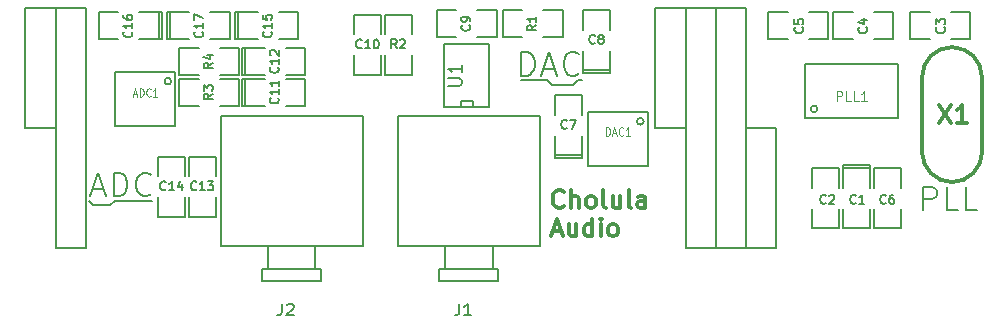
<source format=gto>
G04 (created by PCBNEW (2013-07-07 BZR 4022)-stable) date 01/09/2014 21:36:03*
%MOIN*%
G04 Gerber Fmt 3.4, Leading zero omitted, Abs format*
%FSLAX34Y34*%
G01*
G70*
G90*
G04 APERTURE LIST*
%ADD10C,0.00590551*%
%ADD11C,0.00787402*%
%ADD12C,0.011811*%
%ADD13C,0.005*%
%ADD14C,0.0125*%
%ADD15C,0.0047*%
%ADD16C,0.012*%
%ADD17C,0.006*%
G04 APERTURE END LIST*
G54D10*
G54D11*
X76299Y-40787D02*
X76456Y-40787D01*
X76141Y-40944D02*
X76299Y-40787D01*
X75433Y-40944D02*
X76141Y-40944D01*
X75275Y-40787D02*
X75433Y-40944D01*
X74409Y-40787D02*
X75275Y-40787D01*
X60866Y-44803D02*
X62125Y-44803D01*
X60708Y-44960D02*
X60866Y-44803D01*
X60157Y-44960D02*
X60708Y-44960D01*
X60000Y-44803D02*
X60157Y-44960D01*
X87817Y-45121D02*
X87817Y-44334D01*
X88117Y-44334D01*
X88192Y-44371D01*
X88230Y-44409D01*
X88267Y-44484D01*
X88267Y-44596D01*
X88230Y-44671D01*
X88192Y-44709D01*
X88117Y-44746D01*
X87817Y-44746D01*
X88980Y-45121D02*
X88605Y-45121D01*
X88605Y-44334D01*
X89617Y-45121D02*
X89242Y-45121D01*
X89242Y-44334D01*
X74416Y-40633D02*
X74416Y-39846D01*
X74604Y-39846D01*
X74716Y-39883D01*
X74791Y-39958D01*
X74829Y-40033D01*
X74866Y-40183D01*
X74866Y-40296D01*
X74829Y-40446D01*
X74791Y-40521D01*
X74716Y-40596D01*
X74604Y-40633D01*
X74416Y-40633D01*
X75166Y-40408D02*
X75541Y-40408D01*
X75091Y-40633D02*
X75354Y-39846D01*
X75616Y-40633D01*
X76329Y-40558D02*
X76291Y-40596D01*
X76179Y-40633D01*
X76104Y-40633D01*
X75991Y-40596D01*
X75916Y-40521D01*
X75879Y-40446D01*
X75841Y-40296D01*
X75841Y-40183D01*
X75879Y-40033D01*
X75916Y-39958D01*
X75991Y-39883D01*
X76104Y-39846D01*
X76179Y-39846D01*
X76291Y-39883D01*
X76329Y-39921D01*
X60127Y-44424D02*
X60502Y-44424D01*
X60052Y-44649D02*
X60314Y-43862D01*
X60577Y-44649D01*
X60839Y-44649D02*
X60839Y-43862D01*
X61027Y-43862D01*
X61139Y-43899D01*
X61214Y-43974D01*
X61252Y-44049D01*
X61289Y-44199D01*
X61289Y-44311D01*
X61252Y-44461D01*
X61214Y-44536D01*
X61139Y-44611D01*
X61027Y-44649D01*
X60839Y-44649D01*
X62077Y-44574D02*
X62039Y-44611D01*
X61927Y-44649D01*
X61852Y-44649D01*
X61739Y-44611D01*
X61664Y-44536D01*
X61627Y-44461D01*
X61589Y-44311D01*
X61589Y-44199D01*
X61627Y-44049D01*
X61664Y-43974D01*
X61739Y-43899D01*
X61852Y-43862D01*
X61927Y-43862D01*
X62039Y-43899D01*
X62077Y-43937D01*
G54D12*
X75832Y-44985D02*
X75804Y-45014D01*
X75719Y-45042D01*
X75663Y-45042D01*
X75579Y-45014D01*
X75523Y-44957D01*
X75494Y-44901D01*
X75466Y-44789D01*
X75466Y-44704D01*
X75494Y-44592D01*
X75523Y-44535D01*
X75579Y-44479D01*
X75663Y-44451D01*
X75719Y-44451D01*
X75804Y-44479D01*
X75832Y-44507D01*
X76085Y-45042D02*
X76085Y-44451D01*
X76338Y-45042D02*
X76338Y-44732D01*
X76310Y-44676D01*
X76254Y-44648D01*
X76169Y-44648D01*
X76113Y-44676D01*
X76085Y-44704D01*
X76704Y-45042D02*
X76647Y-45014D01*
X76619Y-44985D01*
X76591Y-44929D01*
X76591Y-44760D01*
X76619Y-44704D01*
X76647Y-44676D01*
X76704Y-44648D01*
X76788Y-44648D01*
X76844Y-44676D01*
X76872Y-44704D01*
X76901Y-44760D01*
X76901Y-44929D01*
X76872Y-44985D01*
X76844Y-45014D01*
X76788Y-45042D01*
X76704Y-45042D01*
X77238Y-45042D02*
X77182Y-45014D01*
X77154Y-44957D01*
X77154Y-44451D01*
X77716Y-44648D02*
X77716Y-45042D01*
X77463Y-44648D02*
X77463Y-44957D01*
X77491Y-45014D01*
X77547Y-45042D01*
X77632Y-45042D01*
X77688Y-45014D01*
X77716Y-44985D01*
X78082Y-45042D02*
X78025Y-45014D01*
X77997Y-44957D01*
X77997Y-44451D01*
X78560Y-45042D02*
X78560Y-44732D01*
X78532Y-44676D01*
X78475Y-44648D01*
X78363Y-44648D01*
X78307Y-44676D01*
X78560Y-45014D02*
X78503Y-45042D01*
X78363Y-45042D01*
X78307Y-45014D01*
X78278Y-44957D01*
X78278Y-44901D01*
X78307Y-44845D01*
X78363Y-44817D01*
X78503Y-44817D01*
X78560Y-44789D01*
X75466Y-45818D02*
X75748Y-45818D01*
X75410Y-45987D02*
X75607Y-45396D01*
X75804Y-45987D01*
X76254Y-45593D02*
X76254Y-45987D01*
X76001Y-45593D02*
X76001Y-45902D01*
X76029Y-45958D01*
X76085Y-45987D01*
X76169Y-45987D01*
X76226Y-45958D01*
X76254Y-45930D01*
X76788Y-45987D02*
X76788Y-45396D01*
X76788Y-45958D02*
X76732Y-45987D01*
X76619Y-45987D01*
X76563Y-45958D01*
X76535Y-45930D01*
X76507Y-45874D01*
X76507Y-45705D01*
X76535Y-45649D01*
X76563Y-45621D01*
X76619Y-45593D01*
X76732Y-45593D01*
X76788Y-45621D01*
X77069Y-45987D02*
X77069Y-45593D01*
X77069Y-45396D02*
X77041Y-45424D01*
X77069Y-45452D01*
X77097Y-45424D01*
X77069Y-45396D01*
X77069Y-45452D01*
X77435Y-45987D02*
X77379Y-45958D01*
X77350Y-45930D01*
X77322Y-45874D01*
X77322Y-45705D01*
X77350Y-45649D01*
X77379Y-45621D01*
X77435Y-45593D01*
X77519Y-45593D01*
X77575Y-45621D01*
X77604Y-45649D01*
X77632Y-45705D01*
X77632Y-45874D01*
X77604Y-45930D01*
X77575Y-45958D01*
X77519Y-45987D01*
X77435Y-45987D01*
G54D13*
X86983Y-40241D02*
X83883Y-40241D01*
X83883Y-40241D02*
X83883Y-42041D01*
X83883Y-42041D02*
X86983Y-42041D01*
X86983Y-42041D02*
X86983Y-40241D01*
X84294Y-41741D02*
G75*
G03X84294Y-41741I-111J0D01*
G74*
G01*
X78499Y-42155D02*
G75*
G03X78499Y-42155I-111J0D01*
G74*
G01*
X76637Y-43655D02*
X78637Y-43655D01*
X78637Y-43655D02*
X78637Y-41855D01*
X78637Y-41855D02*
X76637Y-41855D01*
X76637Y-41855D02*
X76637Y-43655D01*
X62751Y-40817D02*
G75*
G03X62751Y-40817I-111J0D01*
G74*
G01*
X60889Y-42317D02*
X62889Y-42317D01*
X62889Y-42317D02*
X62889Y-40517D01*
X62889Y-40517D02*
X60889Y-40517D01*
X60889Y-40517D02*
X60889Y-42317D01*
G54D10*
X80400Y-46375D02*
X79900Y-46375D01*
X79900Y-42375D02*
X79900Y-46375D01*
X80400Y-46375D02*
X80900Y-46375D01*
X80900Y-46375D02*
X80900Y-38375D01*
X80900Y-38375D02*
X80850Y-38375D01*
X79900Y-42375D02*
X79900Y-38375D01*
X80875Y-38375D02*
X78875Y-38375D01*
X78875Y-38375D02*
X78875Y-42375D01*
X78875Y-42375D02*
X79875Y-42375D01*
X81400Y-38375D02*
X81900Y-38375D01*
X81900Y-42375D02*
X81900Y-38375D01*
X81400Y-38375D02*
X80900Y-38375D01*
X80900Y-38375D02*
X80900Y-46375D01*
X80900Y-46375D02*
X80950Y-46375D01*
X81900Y-42375D02*
X81900Y-46375D01*
X80925Y-46375D02*
X82925Y-46375D01*
X82925Y-46375D02*
X82925Y-42375D01*
X82925Y-42375D02*
X81925Y-42375D01*
X59400Y-46375D02*
X58900Y-46375D01*
X58900Y-42375D02*
X58900Y-46375D01*
X59400Y-46375D02*
X59900Y-46375D01*
X59900Y-46375D02*
X59900Y-38375D01*
X59900Y-38375D02*
X59850Y-38375D01*
X58900Y-42375D02*
X58900Y-38375D01*
X59875Y-38375D02*
X57875Y-38375D01*
X57875Y-38375D02*
X57875Y-42375D01*
X57875Y-42375D02*
X58875Y-42375D01*
X71692Y-47480D02*
X71692Y-47086D01*
X73661Y-47480D02*
X73661Y-47086D01*
X73464Y-47086D02*
X71889Y-47086D01*
X71889Y-46299D02*
X71889Y-47086D01*
X71889Y-47086D02*
X71692Y-47086D01*
X73661Y-47086D02*
X73464Y-47086D01*
X73464Y-47086D02*
X73464Y-46299D01*
X71692Y-47480D02*
X73661Y-47480D01*
X75039Y-46299D02*
X70314Y-46299D01*
X70314Y-46299D02*
X70314Y-41968D01*
X70314Y-41968D02*
X75039Y-41968D01*
X75039Y-41968D02*
X75039Y-46299D01*
X65787Y-47480D02*
X65787Y-47086D01*
X67755Y-47480D02*
X67755Y-47086D01*
X67559Y-47086D02*
X65984Y-47086D01*
X65984Y-46299D02*
X65984Y-47086D01*
X65984Y-47086D02*
X65787Y-47086D01*
X67755Y-47086D02*
X67559Y-47086D01*
X67559Y-47086D02*
X67559Y-46299D01*
X65787Y-47480D02*
X67755Y-47480D01*
X69133Y-46299D02*
X64409Y-46299D01*
X64409Y-46299D02*
X64409Y-41968D01*
X64409Y-41968D02*
X69133Y-41968D01*
X69133Y-41968D02*
X69133Y-46299D01*
G54D13*
X86040Y-43724D02*
X86040Y-43624D01*
X86040Y-43624D02*
X85140Y-43624D01*
X85140Y-43624D02*
X85140Y-43724D01*
X86040Y-43724D02*
X85140Y-43724D01*
X85140Y-43724D02*
X85140Y-44374D01*
X86040Y-45074D02*
X86040Y-45724D01*
X86040Y-45724D02*
X85140Y-45724D01*
X85140Y-45724D02*
X85140Y-45074D01*
X86040Y-44374D02*
X86040Y-43724D01*
X85016Y-43724D02*
X84116Y-43724D01*
X84116Y-43724D02*
X84116Y-44374D01*
X85016Y-45074D02*
X85016Y-45724D01*
X85016Y-45724D02*
X84116Y-45724D01*
X84116Y-45724D02*
X84116Y-45074D01*
X85016Y-44374D02*
X85016Y-43724D01*
X87385Y-38526D02*
X87385Y-39426D01*
X87385Y-39426D02*
X88035Y-39426D01*
X88735Y-38526D02*
X89385Y-38526D01*
X89385Y-38526D02*
X89385Y-39426D01*
X89385Y-39426D02*
X88735Y-39426D01*
X88035Y-38526D02*
X87385Y-38526D01*
X84826Y-38526D02*
X84826Y-39426D01*
X84826Y-39426D02*
X85476Y-39426D01*
X86176Y-38526D02*
X86826Y-38526D01*
X86826Y-38526D02*
X86826Y-39426D01*
X86826Y-39426D02*
X86176Y-39426D01*
X85476Y-38526D02*
X84826Y-38526D01*
X84661Y-39426D02*
X84661Y-38526D01*
X84661Y-38526D02*
X84011Y-38526D01*
X83311Y-39426D02*
X82661Y-39426D01*
X82661Y-39426D02*
X82661Y-38526D01*
X82661Y-38526D02*
X83311Y-38526D01*
X84011Y-39426D02*
X84661Y-39426D01*
X87064Y-43724D02*
X86164Y-43724D01*
X86164Y-43724D02*
X86164Y-44374D01*
X87064Y-45074D02*
X87064Y-45724D01*
X87064Y-45724D02*
X86164Y-45724D01*
X86164Y-45724D02*
X86164Y-45074D01*
X87064Y-44374D02*
X87064Y-43724D01*
G54D14*
X89779Y-43179D02*
X89779Y-40679D01*
X87779Y-43179D02*
X87779Y-40679D01*
X88779Y-39679D02*
G75*
G03X87779Y-40679I0J-1000D01*
G74*
G01*
X89779Y-40679D02*
G75*
G03X88779Y-39679I-1000J0D01*
G74*
G01*
X87779Y-43179D02*
G75*
G03X88779Y-44179I1000J0D01*
G74*
G01*
X88779Y-44179D02*
G75*
G03X89779Y-43179I0J1000D01*
G74*
G01*
G54D13*
X73298Y-41679D02*
X73348Y-41679D01*
X73348Y-41679D02*
X73348Y-39579D01*
X71848Y-39579D02*
X71848Y-41679D01*
X71848Y-41679D02*
X73298Y-41679D01*
X72398Y-41679D02*
X72398Y-41479D01*
X72398Y-41479D02*
X72798Y-41479D01*
X72798Y-41479D02*
X72798Y-41679D01*
X71848Y-39579D02*
X73348Y-39579D01*
X76479Y-40448D02*
X76479Y-40548D01*
X76479Y-40548D02*
X77379Y-40548D01*
X77379Y-40548D02*
X77379Y-40448D01*
X76479Y-40448D02*
X77379Y-40448D01*
X77379Y-40448D02*
X77379Y-39798D01*
X76479Y-39098D02*
X76479Y-38448D01*
X76479Y-38448D02*
X77379Y-38448D01*
X77379Y-38448D02*
X77379Y-39098D01*
X76479Y-39798D02*
X76479Y-40448D01*
X75803Y-39347D02*
X75803Y-38447D01*
X75803Y-38447D02*
X75153Y-38447D01*
X74453Y-39347D02*
X73803Y-39347D01*
X73803Y-39347D02*
X73803Y-38447D01*
X73803Y-38447D02*
X74453Y-38447D01*
X75153Y-39347D02*
X75803Y-39347D01*
X69864Y-40606D02*
X70764Y-40606D01*
X70764Y-40606D02*
X70764Y-39956D01*
X69864Y-39256D02*
X69864Y-38606D01*
X69864Y-38606D02*
X70764Y-38606D01*
X70764Y-38606D02*
X70764Y-39256D01*
X69864Y-39956D02*
X69864Y-40606D01*
X73598Y-39347D02*
X73598Y-38447D01*
X73598Y-38447D02*
X72948Y-38447D01*
X72248Y-39347D02*
X71598Y-39347D01*
X71598Y-39347D02*
X71598Y-38447D01*
X71598Y-38447D02*
X72248Y-38447D01*
X72948Y-39347D02*
X73598Y-39347D01*
X69741Y-38606D02*
X68841Y-38606D01*
X68841Y-38606D02*
X68841Y-39256D01*
X69741Y-39956D02*
X69741Y-40606D01*
X69741Y-40606D02*
X68841Y-40606D01*
X68841Y-40606D02*
X68841Y-39956D01*
X69741Y-39256D02*
X69741Y-38606D01*
X75534Y-43283D02*
X75534Y-43383D01*
X75534Y-43383D02*
X76434Y-43383D01*
X76434Y-43383D02*
X76434Y-43283D01*
X75534Y-43283D02*
X76434Y-43283D01*
X76434Y-43283D02*
X76434Y-42633D01*
X75534Y-41933D02*
X75534Y-41283D01*
X75534Y-41283D02*
X76434Y-41283D01*
X76434Y-41283D02*
X76434Y-41933D01*
X75534Y-42633D02*
X75534Y-43283D01*
X62700Y-38526D02*
X62600Y-38526D01*
X62600Y-38526D02*
X62600Y-39426D01*
X62600Y-39426D02*
X62700Y-39426D01*
X62700Y-38526D02*
X62700Y-39426D01*
X62700Y-39426D02*
X63350Y-39426D01*
X64050Y-38526D02*
X64700Y-38526D01*
X64700Y-38526D02*
X64700Y-39426D01*
X64700Y-39426D02*
X64050Y-39426D01*
X63350Y-38526D02*
X62700Y-38526D01*
X62338Y-39426D02*
X62438Y-39426D01*
X62438Y-39426D02*
X62438Y-38526D01*
X62438Y-38526D02*
X62338Y-38526D01*
X62338Y-39426D02*
X62338Y-38526D01*
X62338Y-38526D02*
X61688Y-38526D01*
X60988Y-39426D02*
X60338Y-39426D01*
X60338Y-39426D02*
X60338Y-38526D01*
X60338Y-38526D02*
X60988Y-38526D01*
X61688Y-39426D02*
X62338Y-39426D01*
X64984Y-38526D02*
X64884Y-38526D01*
X64884Y-38526D02*
X64884Y-39426D01*
X64884Y-39426D02*
X64984Y-39426D01*
X64984Y-38526D02*
X64984Y-39426D01*
X64984Y-39426D02*
X65634Y-39426D01*
X66334Y-38526D02*
X66984Y-38526D01*
X66984Y-38526D02*
X66984Y-39426D01*
X66984Y-39426D02*
X66334Y-39426D01*
X65634Y-38526D02*
X64984Y-38526D01*
X65220Y-40731D02*
X65120Y-40731D01*
X65120Y-40731D02*
X65120Y-41631D01*
X65120Y-41631D02*
X65220Y-41631D01*
X65220Y-40731D02*
X65220Y-41631D01*
X65220Y-41631D02*
X65870Y-41631D01*
X66570Y-40731D02*
X67220Y-40731D01*
X67220Y-40731D02*
X67220Y-41631D01*
X67220Y-41631D02*
X66570Y-41631D01*
X65870Y-40731D02*
X65220Y-40731D01*
X65220Y-39707D02*
X65120Y-39707D01*
X65120Y-39707D02*
X65120Y-40607D01*
X65120Y-40607D02*
X65220Y-40607D01*
X65220Y-39707D02*
X65220Y-40607D01*
X65220Y-40607D02*
X65870Y-40607D01*
X66570Y-39707D02*
X67220Y-39707D01*
X67220Y-39707D02*
X67220Y-40607D01*
X67220Y-40607D02*
X66570Y-40607D01*
X65870Y-39707D02*
X65220Y-39707D01*
X64229Y-43330D02*
X63329Y-43330D01*
X63329Y-43330D02*
X63329Y-43980D01*
X64229Y-44680D02*
X64229Y-45330D01*
X64229Y-45330D02*
X63329Y-45330D01*
X63329Y-45330D02*
X63329Y-44680D01*
X64229Y-43980D02*
X64229Y-43330D01*
X63205Y-43330D02*
X62305Y-43330D01*
X62305Y-43330D02*
X62305Y-43980D01*
X63205Y-44680D02*
X63205Y-45330D01*
X63205Y-45330D02*
X62305Y-45330D01*
X62305Y-45330D02*
X62305Y-44680D01*
X63205Y-43980D02*
X63205Y-43330D01*
X63015Y-40731D02*
X63015Y-41631D01*
X63015Y-41631D02*
X63665Y-41631D01*
X64365Y-40731D02*
X65015Y-40731D01*
X65015Y-40731D02*
X65015Y-41631D01*
X65015Y-41631D02*
X64365Y-41631D01*
X63665Y-40731D02*
X63015Y-40731D01*
X63015Y-39707D02*
X63015Y-40607D01*
X63015Y-40607D02*
X63665Y-40607D01*
X64365Y-39707D02*
X65015Y-39707D01*
X65015Y-39707D02*
X65015Y-40607D01*
X65015Y-40607D02*
X64365Y-40607D01*
X63665Y-39707D02*
X63015Y-39707D01*
G54D15*
X84945Y-41469D02*
X84945Y-41154D01*
X85065Y-41154D01*
X85095Y-41169D01*
X85110Y-41184D01*
X85125Y-41214D01*
X85125Y-41259D01*
X85110Y-41289D01*
X85095Y-41304D01*
X85065Y-41319D01*
X84945Y-41319D01*
X85410Y-41469D02*
X85260Y-41469D01*
X85260Y-41154D01*
X85665Y-41469D02*
X85515Y-41469D01*
X85515Y-41154D01*
X85935Y-41469D02*
X85755Y-41469D01*
X85845Y-41469D02*
X85845Y-41154D01*
X85815Y-41199D01*
X85785Y-41229D01*
X85755Y-41244D01*
X77244Y-42631D02*
X77244Y-42355D01*
X77300Y-42355D01*
X77334Y-42368D01*
X77356Y-42395D01*
X77368Y-42421D01*
X77379Y-42473D01*
X77379Y-42513D01*
X77368Y-42565D01*
X77356Y-42592D01*
X77334Y-42618D01*
X77300Y-42631D01*
X77244Y-42631D01*
X77469Y-42552D02*
X77581Y-42552D01*
X77446Y-42631D02*
X77525Y-42355D01*
X77604Y-42631D01*
X77817Y-42605D02*
X77806Y-42618D01*
X77772Y-42631D01*
X77750Y-42631D01*
X77716Y-42618D01*
X77693Y-42592D01*
X77682Y-42565D01*
X77671Y-42513D01*
X77671Y-42473D01*
X77682Y-42421D01*
X77693Y-42395D01*
X77716Y-42368D01*
X77750Y-42355D01*
X77772Y-42355D01*
X77806Y-42368D01*
X77817Y-42381D01*
X78042Y-42631D02*
X77907Y-42631D01*
X77974Y-42631D02*
X77974Y-42355D01*
X77952Y-42395D01*
X77929Y-42421D01*
X77907Y-42434D01*
X61485Y-41250D02*
X61597Y-41250D01*
X61462Y-41329D02*
X61541Y-41053D01*
X61620Y-41329D01*
X61698Y-41329D02*
X61698Y-41053D01*
X61754Y-41053D01*
X61788Y-41066D01*
X61811Y-41092D01*
X61822Y-41118D01*
X61833Y-41171D01*
X61833Y-41210D01*
X61822Y-41263D01*
X61811Y-41289D01*
X61788Y-41315D01*
X61754Y-41329D01*
X61698Y-41329D01*
X62069Y-41302D02*
X62058Y-41315D01*
X62024Y-41329D01*
X62002Y-41329D01*
X61968Y-41315D01*
X61945Y-41289D01*
X61934Y-41263D01*
X61923Y-41210D01*
X61923Y-41171D01*
X61934Y-41118D01*
X61945Y-41092D01*
X61968Y-41066D01*
X62002Y-41053D01*
X62024Y-41053D01*
X62058Y-41066D01*
X62069Y-41079D01*
X62294Y-41329D02*
X62159Y-41329D01*
X62226Y-41329D02*
X62226Y-41053D01*
X62204Y-41092D01*
X62181Y-41118D01*
X62159Y-41131D01*
G54D10*
X72349Y-48230D02*
X72349Y-48511D01*
X72330Y-48567D01*
X72292Y-48605D01*
X72236Y-48623D01*
X72199Y-48623D01*
X72742Y-48623D02*
X72517Y-48623D01*
X72630Y-48623D02*
X72630Y-48230D01*
X72592Y-48286D01*
X72555Y-48323D01*
X72517Y-48342D01*
X66443Y-48230D02*
X66443Y-48511D01*
X66424Y-48567D01*
X66387Y-48605D01*
X66331Y-48623D01*
X66293Y-48623D01*
X66612Y-48267D02*
X66631Y-48248D01*
X66668Y-48230D01*
X66762Y-48230D01*
X66799Y-48248D01*
X66818Y-48267D01*
X66837Y-48305D01*
X66837Y-48342D01*
X66818Y-48398D01*
X66593Y-48623D01*
X66837Y-48623D01*
G54D13*
X85571Y-44876D02*
X85557Y-44890D01*
X85514Y-44904D01*
X85486Y-44904D01*
X85443Y-44890D01*
X85414Y-44861D01*
X85400Y-44833D01*
X85386Y-44776D01*
X85386Y-44733D01*
X85400Y-44676D01*
X85414Y-44647D01*
X85443Y-44618D01*
X85486Y-44604D01*
X85514Y-44604D01*
X85557Y-44618D01*
X85571Y-44633D01*
X85857Y-44904D02*
X85686Y-44904D01*
X85771Y-44904D02*
X85771Y-44604D01*
X85743Y-44647D01*
X85714Y-44676D01*
X85686Y-44690D01*
X84574Y-44876D02*
X84560Y-44890D01*
X84517Y-44904D01*
X84488Y-44904D01*
X84446Y-44890D01*
X84417Y-44861D01*
X84403Y-44833D01*
X84388Y-44776D01*
X84388Y-44733D01*
X84403Y-44676D01*
X84417Y-44647D01*
X84446Y-44618D01*
X84488Y-44604D01*
X84517Y-44604D01*
X84560Y-44618D01*
X84574Y-44633D01*
X84688Y-44633D02*
X84703Y-44618D01*
X84731Y-44604D01*
X84803Y-44604D01*
X84831Y-44618D01*
X84846Y-44633D01*
X84860Y-44661D01*
X84860Y-44690D01*
X84846Y-44733D01*
X84674Y-44904D01*
X84860Y-44904D01*
X88518Y-39026D02*
X88532Y-39040D01*
X88546Y-39083D01*
X88546Y-39112D01*
X88532Y-39154D01*
X88503Y-39183D01*
X88475Y-39197D01*
X88418Y-39212D01*
X88375Y-39212D01*
X88318Y-39197D01*
X88289Y-39183D01*
X88260Y-39154D01*
X88246Y-39112D01*
X88246Y-39083D01*
X88260Y-39040D01*
X88275Y-39026D01*
X88246Y-38926D02*
X88246Y-38740D01*
X88360Y-38840D01*
X88360Y-38797D01*
X88375Y-38769D01*
X88389Y-38754D01*
X88418Y-38740D01*
X88489Y-38740D01*
X88518Y-38754D01*
X88532Y-38769D01*
X88546Y-38797D01*
X88546Y-38883D01*
X88532Y-38912D01*
X88518Y-38926D01*
X85919Y-39026D02*
X85933Y-39040D01*
X85948Y-39083D01*
X85948Y-39112D01*
X85933Y-39154D01*
X85905Y-39183D01*
X85876Y-39197D01*
X85819Y-39212D01*
X85776Y-39212D01*
X85719Y-39197D01*
X85691Y-39183D01*
X85662Y-39154D01*
X85648Y-39112D01*
X85648Y-39083D01*
X85662Y-39040D01*
X85676Y-39026D01*
X85748Y-38769D02*
X85948Y-38769D01*
X85633Y-38840D02*
X85848Y-38912D01*
X85848Y-38726D01*
X83793Y-39026D02*
X83807Y-39040D01*
X83822Y-39083D01*
X83822Y-39112D01*
X83807Y-39154D01*
X83779Y-39183D01*
X83750Y-39197D01*
X83693Y-39212D01*
X83650Y-39212D01*
X83593Y-39197D01*
X83565Y-39183D01*
X83536Y-39154D01*
X83522Y-39112D01*
X83522Y-39083D01*
X83536Y-39040D01*
X83550Y-39026D01*
X83522Y-38754D02*
X83522Y-38897D01*
X83665Y-38912D01*
X83650Y-38897D01*
X83636Y-38869D01*
X83636Y-38797D01*
X83650Y-38769D01*
X83665Y-38754D01*
X83693Y-38740D01*
X83765Y-38740D01*
X83793Y-38754D01*
X83807Y-38769D01*
X83822Y-38797D01*
X83822Y-38869D01*
X83807Y-38897D01*
X83793Y-38912D01*
X86569Y-44876D02*
X86554Y-44890D01*
X86511Y-44904D01*
X86483Y-44904D01*
X86440Y-44890D01*
X86411Y-44861D01*
X86397Y-44833D01*
X86383Y-44776D01*
X86383Y-44733D01*
X86397Y-44676D01*
X86411Y-44647D01*
X86440Y-44618D01*
X86483Y-44604D01*
X86511Y-44604D01*
X86554Y-44618D01*
X86569Y-44633D01*
X86826Y-44604D02*
X86769Y-44604D01*
X86740Y-44618D01*
X86726Y-44633D01*
X86697Y-44676D01*
X86683Y-44733D01*
X86683Y-44847D01*
X86697Y-44876D01*
X86711Y-44890D01*
X86740Y-44904D01*
X86797Y-44904D01*
X86826Y-44890D01*
X86840Y-44876D01*
X86854Y-44847D01*
X86854Y-44776D01*
X86840Y-44747D01*
X86826Y-44733D01*
X86797Y-44718D01*
X86740Y-44718D01*
X86711Y-44733D01*
X86697Y-44747D01*
X86683Y-44776D01*
G54D16*
X88333Y-41611D02*
X88733Y-42211D01*
X88733Y-41611D02*
X88333Y-42211D01*
X89276Y-42211D02*
X88933Y-42211D01*
X89104Y-42211D02*
X89104Y-41611D01*
X89047Y-41697D01*
X88990Y-41754D01*
X88933Y-41782D01*
G54D17*
X71980Y-40972D02*
X72344Y-40972D01*
X72387Y-40951D01*
X72409Y-40929D01*
X72430Y-40887D01*
X72430Y-40801D01*
X72409Y-40758D01*
X72387Y-40737D01*
X72344Y-40715D01*
X71980Y-40715D01*
X72430Y-40265D02*
X72430Y-40522D01*
X72430Y-40394D02*
X71980Y-40394D01*
X72044Y-40437D01*
X72087Y-40479D01*
X72109Y-40522D01*
G54D13*
X76879Y-39541D02*
X76864Y-39555D01*
X76821Y-39570D01*
X76793Y-39570D01*
X76750Y-39555D01*
X76721Y-39527D01*
X76707Y-39498D01*
X76693Y-39441D01*
X76693Y-39398D01*
X76707Y-39341D01*
X76721Y-39313D01*
X76750Y-39284D01*
X76793Y-39270D01*
X76821Y-39270D01*
X76864Y-39284D01*
X76879Y-39298D01*
X77050Y-39398D02*
X77021Y-39384D01*
X77007Y-39370D01*
X76993Y-39341D01*
X76993Y-39327D01*
X77007Y-39298D01*
X77021Y-39284D01*
X77050Y-39270D01*
X77107Y-39270D01*
X77136Y-39284D01*
X77150Y-39298D01*
X77164Y-39327D01*
X77164Y-39341D01*
X77150Y-39370D01*
X77136Y-39384D01*
X77107Y-39398D01*
X77050Y-39398D01*
X77021Y-39413D01*
X77007Y-39427D01*
X76993Y-39455D01*
X76993Y-39513D01*
X77007Y-39541D01*
X77021Y-39555D01*
X77050Y-39570D01*
X77107Y-39570D01*
X77136Y-39555D01*
X77150Y-39541D01*
X77164Y-39513D01*
X77164Y-39455D01*
X77150Y-39427D01*
X77136Y-39413D01*
X77107Y-39398D01*
X74924Y-38947D02*
X74781Y-39047D01*
X74924Y-39119D02*
X74624Y-39119D01*
X74624Y-39004D01*
X74638Y-38976D01*
X74653Y-38961D01*
X74681Y-38947D01*
X74724Y-38947D01*
X74753Y-38961D01*
X74767Y-38976D01*
X74781Y-39004D01*
X74781Y-39119D01*
X74924Y-38661D02*
X74924Y-38833D01*
X74924Y-38747D02*
X74624Y-38747D01*
X74667Y-38776D01*
X74696Y-38804D01*
X74710Y-38833D01*
X70264Y-39727D02*
X70164Y-39584D01*
X70093Y-39727D02*
X70093Y-39427D01*
X70207Y-39427D01*
X70236Y-39442D01*
X70250Y-39456D01*
X70264Y-39484D01*
X70264Y-39527D01*
X70250Y-39556D01*
X70236Y-39570D01*
X70207Y-39584D01*
X70093Y-39584D01*
X70379Y-39456D02*
X70393Y-39442D01*
X70422Y-39427D01*
X70493Y-39427D01*
X70522Y-39442D01*
X70536Y-39456D01*
X70550Y-39484D01*
X70550Y-39513D01*
X70536Y-39556D01*
X70364Y-39727D01*
X70550Y-39727D01*
X72691Y-38947D02*
X72705Y-38961D01*
X72719Y-39004D01*
X72719Y-39033D01*
X72705Y-39076D01*
X72676Y-39104D01*
X72648Y-39119D01*
X72591Y-39133D01*
X72548Y-39133D01*
X72491Y-39119D01*
X72462Y-39104D01*
X72434Y-39076D01*
X72419Y-39033D01*
X72419Y-39004D01*
X72434Y-38961D01*
X72448Y-38947D01*
X72719Y-38804D02*
X72719Y-38747D01*
X72705Y-38719D01*
X72691Y-38704D01*
X72648Y-38676D01*
X72591Y-38661D01*
X72476Y-38661D01*
X72448Y-38676D01*
X72434Y-38690D01*
X72419Y-38719D01*
X72419Y-38776D01*
X72434Y-38804D01*
X72448Y-38819D01*
X72476Y-38833D01*
X72548Y-38833D01*
X72576Y-38819D01*
X72591Y-38804D01*
X72605Y-38776D01*
X72605Y-38719D01*
X72591Y-38690D01*
X72576Y-38676D01*
X72548Y-38661D01*
X69098Y-39699D02*
X69084Y-39713D01*
X69041Y-39727D01*
X69012Y-39727D01*
X68969Y-39713D01*
X68941Y-39684D01*
X68927Y-39656D01*
X68912Y-39599D01*
X68912Y-39556D01*
X68927Y-39499D01*
X68941Y-39470D01*
X68969Y-39442D01*
X69012Y-39427D01*
X69041Y-39427D01*
X69084Y-39442D01*
X69098Y-39456D01*
X69384Y-39727D02*
X69212Y-39727D01*
X69298Y-39727D02*
X69298Y-39427D01*
X69269Y-39470D01*
X69241Y-39499D01*
X69212Y-39513D01*
X69569Y-39427D02*
X69598Y-39427D01*
X69627Y-39442D01*
X69641Y-39456D01*
X69655Y-39484D01*
X69669Y-39542D01*
X69669Y-39613D01*
X69655Y-39670D01*
X69641Y-39699D01*
X69627Y-39713D01*
X69598Y-39727D01*
X69569Y-39727D01*
X69541Y-39713D01*
X69527Y-39699D01*
X69512Y-39670D01*
X69498Y-39613D01*
X69498Y-39542D01*
X69512Y-39484D01*
X69527Y-39456D01*
X69541Y-39442D01*
X69569Y-39427D01*
X75934Y-42376D02*
X75919Y-42390D01*
X75877Y-42404D01*
X75848Y-42404D01*
X75805Y-42390D01*
X75777Y-42362D01*
X75762Y-42333D01*
X75748Y-42276D01*
X75748Y-42233D01*
X75762Y-42176D01*
X75777Y-42147D01*
X75805Y-42119D01*
X75848Y-42104D01*
X75877Y-42104D01*
X75919Y-42119D01*
X75934Y-42133D01*
X76034Y-42104D02*
X76234Y-42104D01*
X76105Y-42404D01*
X63793Y-39169D02*
X63807Y-39183D01*
X63822Y-39226D01*
X63822Y-39254D01*
X63807Y-39297D01*
X63779Y-39326D01*
X63750Y-39340D01*
X63693Y-39354D01*
X63650Y-39354D01*
X63593Y-39340D01*
X63565Y-39326D01*
X63536Y-39297D01*
X63522Y-39254D01*
X63522Y-39226D01*
X63536Y-39183D01*
X63550Y-39169D01*
X63822Y-38883D02*
X63822Y-39054D01*
X63822Y-38969D02*
X63522Y-38969D01*
X63565Y-38997D01*
X63593Y-39026D01*
X63607Y-39054D01*
X63522Y-38783D02*
X63522Y-38583D01*
X63822Y-38712D01*
X61431Y-39169D02*
X61445Y-39183D01*
X61460Y-39226D01*
X61460Y-39254D01*
X61445Y-39297D01*
X61417Y-39326D01*
X61388Y-39340D01*
X61331Y-39354D01*
X61288Y-39354D01*
X61231Y-39340D01*
X61202Y-39326D01*
X61174Y-39297D01*
X61160Y-39254D01*
X61160Y-39226D01*
X61174Y-39183D01*
X61188Y-39169D01*
X61460Y-38883D02*
X61460Y-39054D01*
X61460Y-38969D02*
X61160Y-38969D01*
X61202Y-38997D01*
X61231Y-39026D01*
X61245Y-39054D01*
X61160Y-38626D02*
X61160Y-38683D01*
X61174Y-38712D01*
X61188Y-38726D01*
X61231Y-38754D01*
X61288Y-38769D01*
X61402Y-38769D01*
X61431Y-38754D01*
X61445Y-38740D01*
X61460Y-38712D01*
X61460Y-38654D01*
X61445Y-38626D01*
X61431Y-38612D01*
X61402Y-38597D01*
X61331Y-38597D01*
X61302Y-38612D01*
X61288Y-38626D01*
X61274Y-38654D01*
X61274Y-38712D01*
X61288Y-38740D01*
X61302Y-38754D01*
X61331Y-38769D01*
X66077Y-39169D02*
X66091Y-39183D01*
X66105Y-39226D01*
X66105Y-39254D01*
X66091Y-39297D01*
X66062Y-39326D01*
X66034Y-39340D01*
X65977Y-39354D01*
X65934Y-39354D01*
X65877Y-39340D01*
X65848Y-39326D01*
X65819Y-39297D01*
X65805Y-39254D01*
X65805Y-39226D01*
X65819Y-39183D01*
X65834Y-39169D01*
X66105Y-38883D02*
X66105Y-39054D01*
X66105Y-38969D02*
X65805Y-38969D01*
X65848Y-38997D01*
X65877Y-39026D01*
X65891Y-39054D01*
X65805Y-38612D02*
X65805Y-38754D01*
X65948Y-38769D01*
X65934Y-38754D01*
X65919Y-38726D01*
X65919Y-38654D01*
X65934Y-38626D01*
X65948Y-38612D01*
X65977Y-38597D01*
X66048Y-38597D01*
X66077Y-38612D01*
X66091Y-38626D01*
X66105Y-38654D01*
X66105Y-38726D01*
X66091Y-38754D01*
X66077Y-38769D01*
X66313Y-41373D02*
X66327Y-41388D01*
X66341Y-41431D01*
X66341Y-41459D01*
X66327Y-41502D01*
X66299Y-41531D01*
X66270Y-41545D01*
X66213Y-41559D01*
X66170Y-41559D01*
X66113Y-41545D01*
X66084Y-41531D01*
X66056Y-41502D01*
X66041Y-41459D01*
X66041Y-41431D01*
X66056Y-41388D01*
X66070Y-41373D01*
X66341Y-41088D02*
X66341Y-41259D01*
X66341Y-41173D02*
X66041Y-41173D01*
X66084Y-41202D01*
X66113Y-41231D01*
X66127Y-41259D01*
X66341Y-40802D02*
X66341Y-40973D01*
X66341Y-40888D02*
X66041Y-40888D01*
X66084Y-40916D01*
X66113Y-40945D01*
X66127Y-40973D01*
X66313Y-40350D02*
X66327Y-40364D01*
X66341Y-40407D01*
X66341Y-40436D01*
X66327Y-40478D01*
X66299Y-40507D01*
X66270Y-40521D01*
X66213Y-40536D01*
X66170Y-40536D01*
X66113Y-40521D01*
X66084Y-40507D01*
X66056Y-40478D01*
X66041Y-40436D01*
X66041Y-40407D01*
X66056Y-40364D01*
X66070Y-40350D01*
X66341Y-40064D02*
X66341Y-40236D01*
X66341Y-40150D02*
X66041Y-40150D01*
X66084Y-40178D01*
X66113Y-40207D01*
X66127Y-40236D01*
X66070Y-39950D02*
X66056Y-39936D01*
X66041Y-39907D01*
X66041Y-39836D01*
X66056Y-39807D01*
X66070Y-39793D01*
X66099Y-39778D01*
X66127Y-39778D01*
X66170Y-39793D01*
X66341Y-39964D01*
X66341Y-39778D01*
X63586Y-44423D02*
X63572Y-44437D01*
X63529Y-44452D01*
X63500Y-44452D01*
X63458Y-44437D01*
X63429Y-44409D01*
X63415Y-44380D01*
X63400Y-44323D01*
X63400Y-44280D01*
X63415Y-44223D01*
X63429Y-44194D01*
X63458Y-44166D01*
X63500Y-44152D01*
X63529Y-44152D01*
X63572Y-44166D01*
X63586Y-44180D01*
X63872Y-44452D02*
X63700Y-44452D01*
X63786Y-44452D02*
X63786Y-44152D01*
X63758Y-44194D01*
X63729Y-44223D01*
X63700Y-44237D01*
X63972Y-44152D02*
X64158Y-44152D01*
X64058Y-44266D01*
X64100Y-44266D01*
X64129Y-44280D01*
X64143Y-44294D01*
X64158Y-44323D01*
X64158Y-44394D01*
X64143Y-44423D01*
X64129Y-44437D01*
X64100Y-44452D01*
X64015Y-44452D01*
X63986Y-44437D01*
X63972Y-44423D01*
X62563Y-44423D02*
X62548Y-44437D01*
X62505Y-44452D01*
X62477Y-44452D01*
X62434Y-44437D01*
X62405Y-44409D01*
X62391Y-44380D01*
X62377Y-44323D01*
X62377Y-44280D01*
X62391Y-44223D01*
X62405Y-44194D01*
X62434Y-44166D01*
X62477Y-44152D01*
X62505Y-44152D01*
X62548Y-44166D01*
X62563Y-44180D01*
X62848Y-44452D02*
X62677Y-44452D01*
X62763Y-44452D02*
X62763Y-44152D01*
X62734Y-44194D01*
X62705Y-44223D01*
X62677Y-44237D01*
X63105Y-44252D02*
X63105Y-44452D01*
X63034Y-44137D02*
X62963Y-44352D01*
X63148Y-44352D01*
X64137Y-41231D02*
X63994Y-41331D01*
X64137Y-41402D02*
X63837Y-41402D01*
X63837Y-41288D01*
X63851Y-41259D01*
X63865Y-41245D01*
X63894Y-41231D01*
X63937Y-41231D01*
X63965Y-41245D01*
X63980Y-41259D01*
X63994Y-41288D01*
X63994Y-41402D01*
X63837Y-41131D02*
X63837Y-40945D01*
X63951Y-41045D01*
X63951Y-41002D01*
X63965Y-40973D01*
X63980Y-40959D01*
X64008Y-40945D01*
X64080Y-40945D01*
X64108Y-40959D01*
X64122Y-40973D01*
X64137Y-41002D01*
X64137Y-41088D01*
X64122Y-41116D01*
X64108Y-41131D01*
X64137Y-40207D02*
X63994Y-40307D01*
X64137Y-40378D02*
X63837Y-40378D01*
X63837Y-40264D01*
X63851Y-40236D01*
X63865Y-40221D01*
X63894Y-40207D01*
X63937Y-40207D01*
X63965Y-40221D01*
X63980Y-40236D01*
X63994Y-40264D01*
X63994Y-40378D01*
X63937Y-39950D02*
X64137Y-39950D01*
X63822Y-40021D02*
X64037Y-40093D01*
X64037Y-39907D01*
M02*

</source>
